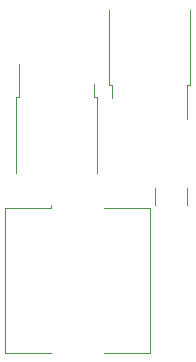
<source format=gbr>
%TF.GenerationSoftware,KiCad,Pcbnew,7.0.11*%
%TF.CreationDate,2025-01-11T04:22:48+09:00*%
%TF.ProjectId,PSU,5053552e-6b69-4636-9164-5f7063625858,rev?*%
%TF.SameCoordinates,Original*%
%TF.FileFunction,Legend,Bot*%
%TF.FilePolarity,Positive*%
%FSLAX46Y46*%
G04 Gerber Fmt 4.6, Leading zero omitted, Abs format (unit mm)*
G04 Created by KiCad (PCBNEW 7.0.11) date 2025-01-11 04:22:48*
%MOMM*%
%LPD*%
G01*
G04 APERTURE LIST*
%ADD10C,0.120000*%
G04 APERTURE END LIST*
D10*
%TO.C,U4*%
X138282000Y-104456000D02*
X138282000Y-98036000D01*
X145182000Y-104456000D02*
X145182000Y-98036000D01*
X138282000Y-98036000D02*
X138552000Y-98036000D01*
X138552000Y-98036000D02*
X138552000Y-95206000D01*
X144912000Y-98036000D02*
X144912000Y-96936000D01*
X145182000Y-98036000D02*
X144912000Y-98036000D01*
%TO.C,C10*%
X152744000Y-105714748D02*
X152744000Y-107137252D01*
X150024000Y-105714748D02*
X150024000Y-107137252D01*
%TO.C,BZ1*%
X149630000Y-107418000D02*
X145770000Y-107418000D01*
X141250000Y-107418000D02*
X141250000Y-107118000D01*
X141250000Y-107418000D02*
X137390000Y-107418000D01*
X137390000Y-107418000D02*
X137390000Y-119658000D01*
X149630000Y-119658000D02*
X149630000Y-107418000D01*
X145770000Y-119658000D02*
X149630000Y-119658000D01*
X137390000Y-119658000D02*
X141250000Y-119658000D01*
%TO.C,Q1*%
X146156000Y-97026000D02*
X146426000Y-97026000D01*
X146426000Y-97026000D02*
X146426000Y-98126000D01*
X152786000Y-97026000D02*
X152786000Y-99856000D01*
X153056000Y-97026000D02*
X152786000Y-97026000D01*
X146156000Y-90606000D02*
X146156000Y-97026000D01*
X153056000Y-90606000D02*
X153056000Y-97026000D01*
%TD*%
M02*

</source>
